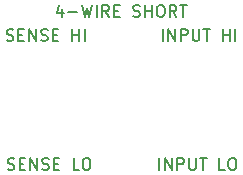
<source format=gto>
G04 #@! TF.FileFunction,Legend,Top*
%FSLAX46Y46*%
G04 Gerber Fmt 4.6, Leading zero omitted, Abs format (unit mm)*
G04 Created by KiCad (PCBNEW 4.0.7) date 12/11/17 00:30:20*
%MOMM*%
%LPD*%
G01*
G04 APERTURE LIST*
%ADD10C,0.100000*%
%ADD11C,0.150000*%
G04 APERTURE END LIST*
D10*
D11*
X158813905Y-127198381D02*
X158813905Y-126198381D01*
X159290095Y-127198381D02*
X159290095Y-126198381D01*
X159861524Y-127198381D01*
X159861524Y-126198381D01*
X160337714Y-127198381D02*
X160337714Y-126198381D01*
X160718667Y-126198381D01*
X160813905Y-126246000D01*
X160861524Y-126293619D01*
X160909143Y-126388857D01*
X160909143Y-126531714D01*
X160861524Y-126626952D01*
X160813905Y-126674571D01*
X160718667Y-126722190D01*
X160337714Y-126722190D01*
X161337714Y-126198381D02*
X161337714Y-127007905D01*
X161385333Y-127103143D01*
X161432952Y-127150762D01*
X161528190Y-127198381D01*
X161718667Y-127198381D01*
X161813905Y-127150762D01*
X161861524Y-127103143D01*
X161909143Y-127007905D01*
X161909143Y-126198381D01*
X162242476Y-126198381D02*
X162813905Y-126198381D01*
X162528190Y-127198381D02*
X162528190Y-126198381D01*
X164385334Y-127198381D02*
X163909143Y-127198381D01*
X163909143Y-126198381D01*
X164909143Y-126198381D02*
X165099620Y-126198381D01*
X165194858Y-126246000D01*
X165290096Y-126341238D01*
X165337715Y-126531714D01*
X165337715Y-126865048D01*
X165290096Y-127055524D01*
X165194858Y-127150762D01*
X165099620Y-127198381D01*
X164909143Y-127198381D01*
X164813905Y-127150762D01*
X164718667Y-127055524D01*
X164671048Y-126865048D01*
X164671048Y-126531714D01*
X164718667Y-126341238D01*
X164813905Y-126246000D01*
X164909143Y-126198381D01*
X145979000Y-127150762D02*
X146121857Y-127198381D01*
X146359953Y-127198381D01*
X146455191Y-127150762D01*
X146502810Y-127103143D01*
X146550429Y-127007905D01*
X146550429Y-126912667D01*
X146502810Y-126817429D01*
X146455191Y-126769810D01*
X146359953Y-126722190D01*
X146169476Y-126674571D01*
X146074238Y-126626952D01*
X146026619Y-126579333D01*
X145979000Y-126484095D01*
X145979000Y-126388857D01*
X146026619Y-126293619D01*
X146074238Y-126246000D01*
X146169476Y-126198381D01*
X146407572Y-126198381D01*
X146550429Y-126246000D01*
X146979000Y-126674571D02*
X147312334Y-126674571D01*
X147455191Y-127198381D02*
X146979000Y-127198381D01*
X146979000Y-126198381D01*
X147455191Y-126198381D01*
X147883762Y-127198381D02*
X147883762Y-126198381D01*
X148455191Y-127198381D01*
X148455191Y-126198381D01*
X148883762Y-127150762D02*
X149026619Y-127198381D01*
X149264715Y-127198381D01*
X149359953Y-127150762D01*
X149407572Y-127103143D01*
X149455191Y-127007905D01*
X149455191Y-126912667D01*
X149407572Y-126817429D01*
X149359953Y-126769810D01*
X149264715Y-126722190D01*
X149074238Y-126674571D01*
X148979000Y-126626952D01*
X148931381Y-126579333D01*
X148883762Y-126484095D01*
X148883762Y-126388857D01*
X148931381Y-126293619D01*
X148979000Y-126246000D01*
X149074238Y-126198381D01*
X149312334Y-126198381D01*
X149455191Y-126246000D01*
X149883762Y-126674571D02*
X150217096Y-126674571D01*
X150359953Y-127198381D02*
X149883762Y-127198381D01*
X149883762Y-126198381D01*
X150359953Y-126198381D01*
X152026620Y-127198381D02*
X151550429Y-127198381D01*
X151550429Y-126198381D01*
X152550429Y-126198381D02*
X152740906Y-126198381D01*
X152836144Y-126246000D01*
X152931382Y-126341238D01*
X152979001Y-126531714D01*
X152979001Y-126865048D01*
X152931382Y-127055524D01*
X152836144Y-127150762D01*
X152740906Y-127198381D01*
X152550429Y-127198381D01*
X152455191Y-127150762D01*
X152359953Y-127055524D01*
X152312334Y-126865048D01*
X152312334Y-126531714D01*
X152359953Y-126341238D01*
X152455191Y-126246000D01*
X152550429Y-126198381D01*
X159107572Y-116276381D02*
X159107572Y-115276381D01*
X159583762Y-116276381D02*
X159583762Y-115276381D01*
X160155191Y-116276381D01*
X160155191Y-115276381D01*
X160631381Y-116276381D02*
X160631381Y-115276381D01*
X161012334Y-115276381D01*
X161107572Y-115324000D01*
X161155191Y-115371619D01*
X161202810Y-115466857D01*
X161202810Y-115609714D01*
X161155191Y-115704952D01*
X161107572Y-115752571D01*
X161012334Y-115800190D01*
X160631381Y-115800190D01*
X161631381Y-115276381D02*
X161631381Y-116085905D01*
X161679000Y-116181143D01*
X161726619Y-116228762D01*
X161821857Y-116276381D01*
X162012334Y-116276381D01*
X162107572Y-116228762D01*
X162155191Y-116181143D01*
X162202810Y-116085905D01*
X162202810Y-115276381D01*
X162536143Y-115276381D02*
X163107572Y-115276381D01*
X162821857Y-116276381D02*
X162821857Y-115276381D01*
X164202810Y-116276381D02*
X164202810Y-115276381D01*
X164202810Y-115752571D02*
X164774239Y-115752571D01*
X164774239Y-116276381D02*
X164774239Y-115276381D01*
X165250429Y-116276381D02*
X165250429Y-115276381D01*
X145891667Y-116228762D02*
X146034524Y-116276381D01*
X146272620Y-116276381D01*
X146367858Y-116228762D01*
X146415477Y-116181143D01*
X146463096Y-116085905D01*
X146463096Y-115990667D01*
X146415477Y-115895429D01*
X146367858Y-115847810D01*
X146272620Y-115800190D01*
X146082143Y-115752571D01*
X145986905Y-115704952D01*
X145939286Y-115657333D01*
X145891667Y-115562095D01*
X145891667Y-115466857D01*
X145939286Y-115371619D01*
X145986905Y-115324000D01*
X146082143Y-115276381D01*
X146320239Y-115276381D01*
X146463096Y-115324000D01*
X146891667Y-115752571D02*
X147225001Y-115752571D01*
X147367858Y-116276381D02*
X146891667Y-116276381D01*
X146891667Y-115276381D01*
X147367858Y-115276381D01*
X147796429Y-116276381D02*
X147796429Y-115276381D01*
X148367858Y-116276381D01*
X148367858Y-115276381D01*
X148796429Y-116228762D02*
X148939286Y-116276381D01*
X149177382Y-116276381D01*
X149272620Y-116228762D01*
X149320239Y-116181143D01*
X149367858Y-116085905D01*
X149367858Y-115990667D01*
X149320239Y-115895429D01*
X149272620Y-115847810D01*
X149177382Y-115800190D01*
X148986905Y-115752571D01*
X148891667Y-115704952D01*
X148844048Y-115657333D01*
X148796429Y-115562095D01*
X148796429Y-115466857D01*
X148844048Y-115371619D01*
X148891667Y-115324000D01*
X148986905Y-115276381D01*
X149225001Y-115276381D01*
X149367858Y-115324000D01*
X149796429Y-115752571D02*
X150129763Y-115752571D01*
X150272620Y-116276381D02*
X149796429Y-116276381D01*
X149796429Y-115276381D01*
X150272620Y-115276381D01*
X151463096Y-116276381D02*
X151463096Y-115276381D01*
X151463096Y-115752571D02*
X152034525Y-115752571D01*
X152034525Y-116276381D02*
X152034525Y-115276381D01*
X152510715Y-116276381D02*
X152510715Y-115276381D01*
X150598810Y-113577714D02*
X150598810Y-114244381D01*
X150360714Y-113196762D02*
X150122619Y-113911048D01*
X150741667Y-113911048D01*
X151122619Y-113863429D02*
X151884524Y-113863429D01*
X152265476Y-113244381D02*
X152503571Y-114244381D01*
X152694048Y-113530095D01*
X152884524Y-114244381D01*
X153122619Y-113244381D01*
X153503571Y-114244381D02*
X153503571Y-113244381D01*
X154551190Y-114244381D02*
X154217856Y-113768190D01*
X153979761Y-114244381D02*
X153979761Y-113244381D01*
X154360714Y-113244381D01*
X154455952Y-113292000D01*
X154503571Y-113339619D01*
X154551190Y-113434857D01*
X154551190Y-113577714D01*
X154503571Y-113672952D01*
X154455952Y-113720571D01*
X154360714Y-113768190D01*
X153979761Y-113768190D01*
X154979761Y-113720571D02*
X155313095Y-113720571D01*
X155455952Y-114244381D02*
X154979761Y-114244381D01*
X154979761Y-113244381D01*
X155455952Y-113244381D01*
X156598809Y-114196762D02*
X156741666Y-114244381D01*
X156979762Y-114244381D01*
X157075000Y-114196762D01*
X157122619Y-114149143D01*
X157170238Y-114053905D01*
X157170238Y-113958667D01*
X157122619Y-113863429D01*
X157075000Y-113815810D01*
X156979762Y-113768190D01*
X156789285Y-113720571D01*
X156694047Y-113672952D01*
X156646428Y-113625333D01*
X156598809Y-113530095D01*
X156598809Y-113434857D01*
X156646428Y-113339619D01*
X156694047Y-113292000D01*
X156789285Y-113244381D01*
X157027381Y-113244381D01*
X157170238Y-113292000D01*
X157598809Y-114244381D02*
X157598809Y-113244381D01*
X157598809Y-113720571D02*
X158170238Y-113720571D01*
X158170238Y-114244381D02*
X158170238Y-113244381D01*
X158836904Y-113244381D02*
X159027381Y-113244381D01*
X159122619Y-113292000D01*
X159217857Y-113387238D01*
X159265476Y-113577714D01*
X159265476Y-113911048D01*
X159217857Y-114101524D01*
X159122619Y-114196762D01*
X159027381Y-114244381D01*
X158836904Y-114244381D01*
X158741666Y-114196762D01*
X158646428Y-114101524D01*
X158598809Y-113911048D01*
X158598809Y-113577714D01*
X158646428Y-113387238D01*
X158741666Y-113292000D01*
X158836904Y-113244381D01*
X160265476Y-114244381D02*
X159932142Y-113768190D01*
X159694047Y-114244381D02*
X159694047Y-113244381D01*
X160075000Y-113244381D01*
X160170238Y-113292000D01*
X160217857Y-113339619D01*
X160265476Y-113434857D01*
X160265476Y-113577714D01*
X160217857Y-113672952D01*
X160170238Y-113720571D01*
X160075000Y-113768190D01*
X159694047Y-113768190D01*
X160551190Y-113244381D02*
X161122619Y-113244381D01*
X160836904Y-114244381D02*
X160836904Y-113244381D01*
M02*

</source>
